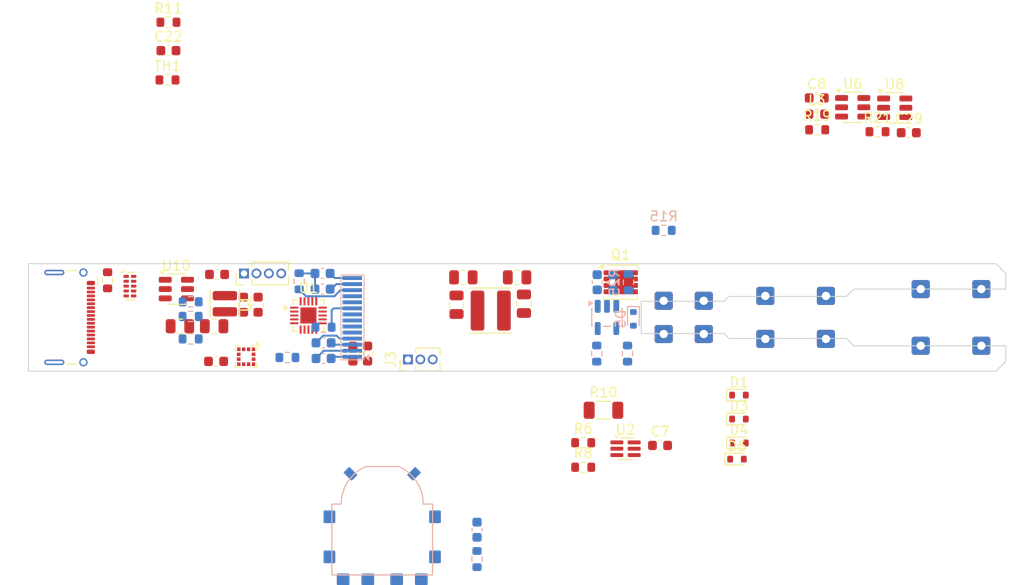
<source format=kicad_pcb>
(kicad_pcb
	(version 20241229)
	(generator "pcbnew")
	(generator_version "9.0")
	(general
		(thickness 1.6)
		(legacy_teardrops no)
	)
	(paper "A4")
	(layers
		(0 "F.Cu" signal)
		(4 "In1.Cu" signal)
		(6 "In2.Cu" signal)
		(2 "B.Cu" signal)
		(9 "F.Adhes" user "F.Adhesive")
		(11 "B.Adhes" user "B.Adhesive")
		(13 "F.Paste" user)
		(15 "B.Paste" user)
		(5 "F.SilkS" user "F.Silkscreen")
		(7 "B.SilkS" user "B.Silkscreen")
		(1 "F.Mask" user)
		(3 "B.Mask" user)
		(17 "Dwgs.User" user "User.Drawings")
		(19 "Cmts.User" user "User.Comments")
		(21 "Eco1.User" user "User.Eco1")
		(23 "Eco2.User" user "User.Eco2")
		(25 "Edge.Cuts" user)
		(27 "Margin" user)
		(31 "F.CrtYd" user "F.Courtyard")
		(29 "B.CrtYd" user "B.Courtyard")
		(35 "F.Fab" user)
		(33 "B.Fab" user)
		(39 "User.1" user)
		(41 "User.2" user)
		(43 "User.3" user)
		(45 "User.4" user)
	)
	(setup
		(stackup
			(layer "F.SilkS"
				(type "Top Silk Screen")
				(color "Black")
			)
			(layer "F.Paste"
				(type "Top Solder Paste")
			)
			(layer "F.Mask"
				(type "Top Solder Mask")
				(color "White")
				(thickness 0.01)
			)
			(layer "F.Cu"
				(type "copper")
				(thickness 0.035)
			)
			(layer "dielectric 1"
				(type "prepreg")
				(thickness 0.1)
				(material "FR4")
				(epsilon_r 4.5)
				(loss_tangent 0.02)
			)
			(layer "In1.Cu"
				(type "copper")
				(thickness 0.035)
			)
			(layer "dielectric 2"
				(type "core")
				(thickness 1.24)
				(material "FR4")
				(epsilon_r 4.5)
				(loss_tangent 0.02)
			)
			(layer "In2.Cu"
				(type "copper")
				(thickness 0.035)
			)
			(layer "dielectric 3"
				(type "prepreg")
				(thickness 0.1)
				(material "FR4")
				(epsilon_r 4.5)
				(loss_tangent 0.02)
			)
			(layer "B.Cu"
				(type "copper")
				(thickness 0.035)
			)
			(layer "B.Mask"
				(type "Bottom Solder Mask")
				(thickness 0.01)
			)
			(layer "B.Paste"
				(type "Bottom Solder Paste")
			)
			(layer "B.SilkS"
				(type "Bottom Silk Screen")
			)
			(copper_finish "None")
			(dielectric_constraints no)
		)
		(pad_to_mask_clearance 0)
		(allow_soldermask_bridges_in_footprints no)
		(tenting front back)
		(grid_origin 100.5 158.2)
		(pcbplotparams
			(layerselection 0x00000000_00000000_55555555_5755f5ff)
			(plot_on_all_layers_selection 0x00000000_00000000_00000000_00000000)
			(disableapertmacros no)
			(usegerberextensions no)
			(usegerberattributes yes)
			(usegerberadvancedattributes yes)
			(creategerberjobfile yes)
			(dashed_line_dash_ratio 12.000000)
			(dashed_line_gap_ratio 3.000000)
			(svgprecision 4)
			(plotframeref no)
			(mode 1)
			(useauxorigin no)
			(hpglpennumber 1)
			(hpglpenspeed 20)
			(hpglpendiameter 15.000000)
			(pdf_front_fp_property_popups yes)
			(pdf_back_fp_property_popups yes)
			(pdf_metadata yes)
			(pdf_single_document no)
			(dxfpolygonmode yes)
			(dxfimperialunits yes)
			(dxfusepcbnewfont yes)
			(psnegative no)
			(psa4output no)
			(plot_black_and_white yes)
			(sketchpadsonfab no)
			(plotpadnumbers no)
			(hidednponfab no)
			(sketchdnponfab yes)
			(crossoutdnponfab yes)
			(subtractmaskfromsilk no)
			(outputformat 1)
			(mirror no)
			(drillshape 1)
			(scaleselection 1)
			(outputdirectory "")
		)
	)
	(net 0 "")
	(net 1 "+3.3V")
	(net 2 "GND")
	(net 3 "VBUS")
	(net 4 "Net-(U10-SW)")
	(net 5 "Net-(U10-BST)")
	(net 6 "/BTN")
	(net 7 "/ENC_B")
	(net 8 "Net-(D3-K)")
	(net 9 "/TC_FB")
	(net 10 "/BOOTSEL")
	(net 11 "Net-(C27-Pad2)")
	(net 12 "/SCL")
	(net 13 "/DISP_NRST")
	(net 14 "/SDA")
	(net 15 "/ENC_A")
	(net 16 "/BLUE")
	(net 17 "Net-(U2-IN-)")
	(net 18 "/D-")
	(net 19 "Net-(D1-A)")
	(net 20 "/HEATER_ON")
	(net 21 "Net-(D5-K)")
	(net 22 "/CC2")
	(net 23 "/CC1")
	(net 24 "/LED_RING")
	(net 25 "/VBUS_FB")
	(net 26 "/CURR_FB")
	(net 27 "unconnected-(U1-PB12-Pad15)")
	(net 28 "unconnected-(U2-REF-Pad1)")
	(net 29 "Net-(J4-Pin_13)")
	(net 30 "Net-(J4-Pin_2)")
	(net 31 "Net-(J4-Pin_1)")
	(net 32 "Net-(J4-Pin_4)")
	(net 33 "Net-(J4-Pin_3)")
	(net 34 "Net-(J4-Pin_14)")
	(net 35 "Net-(U7--)")
	(net 36 "Net-(J1-SHIELD)")
	(net 37 "unconnected-(J4-Pin_6-Pad6)")
	(net 38 "Net-(J4-Pin_12)")
	(net 39 "/RED")
	(net 40 "unconnected-(U5-~{CS}-Pad10)")
	(net 41 "/JDP")
	(net 42 "/JDN")
	(net 43 "unconnected-(U3-NC-Pad6)")
	(net 44 "unconnected-(U3-NC-Pad10)")
	(net 45 "unconnected-(U3-NC-Pad7)")
	(net 46 "unconnected-(U3-NC-Pad9)")
	(net 47 "Net-(J4-Pin_9)")
	(net 48 "unconnected-(U1-PA4-Pad6)")
	(net 49 "/VDRIVE")
	(net 50 "/NTC")
	(net 51 "Net-(D6-K)")
	(net 52 "unconnected-(U5-INT1-Pad5)")
	(net 53 "unconnected-(U5-INT2-Pad6)")
	(net 54 "unconnected-(U11-Pad0)")
	(net 55 "Net-(Q1-D)")
	(net 56 "Net-(Q1-G)")
	(net 57 "unconnected-(U11-Pad0)_1")
	(net 58 "unconnected-(U11-Pad0)_2")
	(net 59 "unconnected-(U11-Pad0)_3")
	(net 60 "unconnected-(U11-Pad0)_4")
	(net 61 "unconnected-(U11-Pad0)_5")
	(net 62 "/VDRIVE_ON")
	(net 63 "Net-(U6-FB)")
	(net 64 "unconnected-(U6-NC-Pad6)")
	(net 65 "unconnected-(U1-PA3-Pad5)")
	(footprint "Capacitor_SMD:C_0603_1608Metric" (layer "F.Cu") (at 165.125 165.8))
	(footprint "Connector_Wire:SolderWire-0.25sqmm_1x01_D0.65mm_OD1.7mm" (layer "F.Cu") (at 182.1 150.5 90))
	(footprint "Capacitor_SMD:C_0603_1608Metric" (layer "F.Cu") (at 122.5 151.4 -90))
	(footprint "Inductor_SMD:L_0603_1608Metric" (layer "F.Cu") (at 181.1625 131.9))
	(footprint "Package_SON:USON-10_2.5x1.0mm_P0.5mm" (layer "F.Cu") (at 110.885 149.5))
	(footprint "Capacitor_SMD:C_0603_1608Metric" (layer "F.Cu") (at 181.1625 130.24))
	(footprint "Connector_Wire:SolderWire-0.25sqmm_1x01_D0.65mm_OD1.7mm" (layer "F.Cu") (at 169.6 154.4 90))
	(footprint "Package_SON:VSON-8_3.3x3.3mm_P0.65mm_NexFET" (layer "F.Cu") (at 161.1 149.1))
	(footprint "Capacitor_SMD:C_0805_2012Metric" (layer "F.Cu") (at 151.2 151.3 90))
	(footprint "Connector_Wire:SolderWire-0.25sqmm_1x01_D0.65mm_OD1.7mm" (layer "F.Cu") (at 198 155.6 90))
	(footprint "Capacitor_SMD:C_0603_1608Metric" (layer "F.Cu") (at 135.2 156.4 -90))
	(footprint "Inductor_SMD:L_Changjiang_FTC252012S" (layer "F.Cu") (at 120.6 151.3 -90))
	(footprint "Connector_Wire:SolderWire-0.25sqmm_1x01_D0.65mm_OD1.7mm" (layer "F.Cu") (at 165.5 151 90))
	(footprint "Resistor_SMD:R_0603_1608Metric" (layer "F.Cu") (at 181.2 133.5))
	(footprint "Capacitor_SMD:C_0805_2012Metric" (layer "F.Cu") (at 150.5 148.6))
	(footprint "Connector_Wire:SolderWire-0.25sqmm_1x01_D0.65mm_OD1.7mm" (layer "F.Cu") (at 191.8 155.6 90))
	(footprint "Capacitor_SMD:C_0603_1608Metric" (layer "F.Cu") (at 190.575 133.8))
	(footprint "Inductor_SMD:L_Changjiang_FTC404030S" (layer "F.Cu") (at 147.8 152))
	(footprint "Connector_Wire:SolderWire-0.25sqmm_1x01_D0.65mm_OD1.7mm" (layer "F.Cu") (at 182.1 154.9 90))
	(footprint "Connector_USB:USB_C_Receptacle_G-Switch_GT-USB-7025" (layer "F.Cu") (at 103.439427 152.7 -90))
	(footprint "Diode_SMD:D_SOD-523" (layer "F.Cu") (at 173 167.2))
	(footprint "Connector_Wire:SolderWire-0.25sqmm_1x01_D0.65mm_OD1.7mm" (layer "F.Cu") (at 175.9 150.5 90))
	(footprint "Connector_Wire:SolderWire-0.25sqmm_1x01_D0.65mm_OD1.7mm" (layer "F.Cu") (at 175.9 154.9 90))
	(footprint "Resistor_SMD:R_0603_1608Metric" (layer "F.Cu") (at 157.2625 165.52))
	(footprint "Capacitor_SMD:C_0603_1608Metric" (layer "F.Cu") (at 133.7 156.4 -90))
	(footprint "Capacitor_SMD:C_0805_2012Metric" (layer "F.Cu") (at 145 148.6 180))
	(footprint "Package_TO_SOT_SMD:SOT-23-6" (layer "F.Cu") (at 189.1375 131.25))
	(footprint "Connector_PinHeader_1.27mm:PinHeader_1x03_P1.27mm_Vertical" (layer "F.Cu") (at 139.33 157 90))
	(footprint "Capacitor_SMD:C_0805_2012Metric" (layer "F.Cu") (at 144.3 151.4 90))
	(footprint "Capacitor_SMD:C_0805_2012Metric" (layer "F.Cu") (at 119.5 153.6 180))
	(footprint "Diode_SMD:D_SOD-523" (layer "F.Cu") (at 173.2 160.65))
	(footprint "Package_DFN_QFN:QFN-20-1EP_3x3mm_P0.4mm_EP1.65x1.65mm" (layer "F.Cu") (at 129.15 152.5))
	(footprint "Package_LGA:LGA-12_2x2mm_P0.5mm" (layer "F.Cu") (at 122.7775 156.7225 -90))
	(footprint "Connector_Wire:SolderWire-0.25sqmm_1x01_D0.65mm_OD1.7mm" (layer "F.Cu") (at 198 149.8 90))
	(footprint "Connector_PinHeader_1.27mm:PinHeader_1x04_P1.27mm_Vertical" (layer "F.Cu") (at 122.56 148.2 90))
	(footprint "Connector_Wire:SolderWire-0.25sqmm_1x01_D0.65mm_OD1.7mm" (layer "F.Cu") (at 165.5 154.4 90))
	(footprint "Capacitor_SMD:C_0603_1608Metric" (layer "F.Cu") (at 119.7 157.2 180))
	(footprint "Resistor_SMD:R_0603_1608Metric" (layer "F.Cu") (at 157.2625 168.03))
	(footprint "Resistor_SMD:R_0603_1608Metric" (layer "F.Cu") (at 114.825 122.5))
	(footprint "Capacitor_SMD:C_0603_1608Metric" (layer "F.Cu") (at 124 151.4 -90))
	(footprint "Connector_Wire:SolderWire-0.25sqmm_1x01_D0.65mm_OD1.7mm" (layer "F.Cu") (at 169.6 151 90))
	(footprint "Capacitor_SMD:C_0603_1608Metric" (layer "F.Cu") (at 119.8 148.3 180))
	(footprint "Diode_SMD:D_SOD-523" (layer "F.Cu") (at 173.2 163.1))
	(footprint "Package_TO_SOT_SMD:SOT-23-6" (layer "F.Cu") (at 184.8375 131.2))
	(footprint "Connector_Wire:SolderWire-0.25sqmm_1x01_D0.65mm_OD1.7mm" (layer "F.Cu") (at 191.8 149.8 90))
	(footprint "Resistor_SMD:R_0603_1608Metric" (layer "F.Cu") (at 108.6 148.9 -90))
	(footprint "Capacitor_SMD:C_0603_1608Metric" (layer "F.Cu") (at 114.825 125.4))
	(footprint "Package_TO_SOT_SMD:TSOT-23-6"
		(layer "F.Cu")
		(uuid "d57ea46f-2b77-4dd0-985f-53f963aaf5bf")
		(at 115.6375 149.8)
		(descr "TSOT, 6 Pin (https://www.jedec.org/sites/default/files/docs/MO-193D.pdf variant AA), generated with kicad-footprint-generator ipc_gullwing_generator.py")
		(tags "TSOT TO_SOT_SMD")
		(property "Reference" "U10"
			(at 0 -2.4 0)
			(layer "F.SilkS")
			(uuid "9fd8ff9c-a633-4eeb-91e4-546522826401")
			(effects
				(font
					(size 1 1)
					(thickness 0.15)
				)
			)
		)
		(property "Value" "AP63203WU"
			(at 0 2.4 0)
			(layer "F.Fab")
			(uuid "bfbcce8e-2019-4561-96cb-de848fdcd3d1")
			(effects
				(font
					(size 1 1)
					(thickness 0.15)
				)
			)
		)
		(property "Datasheet" "https://www.diodes.com/assets/Datasheets/AP63200-AP63201-AP63203-AP63205.pdf"
			(at 0 0 0)
			(layer "F.Fab")
			(hide yes)
			(uuid "8213fbdf-eaa9-4000-b379-0dfeac15be6e")
			(effects
				(font
					(size 1.27 1.27)
					(thickness 0.15)
				)
			)
		)
		(property "Description" "2A, 1.1MHz Buck DC/DC Converter, fixed 3.3V output voltage, TSOT-23-6"
			(at 0 0 0)
			(layer "F.Fab")
			(hide yes)
			(uuid "7b56814c-83fa-476a-a678-1e63e87ac29c")
			(effects
				(font
					(size 1.27 1.27)
					(thickness 0.15)
				)
			)
		)
		(property ki_fp_filters "TSOT?23*")
		(path "/7008a1f7-716a-4e7b-aaf9-54124d9cd3fc")
		(sheetname "/")
		(sheetfile "usbc_soldering_iron.kicad_sch")
		(attr smd)
		(fp_line
			(start -0.91 -1.56)
			(end 0.91 -1.56)
			(stroke
				(width 0.12)
				(type solid)
			)
			(layer "F.SilkS")
			(uuid "f994a2e2-c3a1-4314-a337-969874ac734a")
		)
		(fp_line
			(start -0.91 -1.51)
			(end -0.91 -1.56)
			(stroke
				(width 0.12)
				(type solid)
			)
			(layer "F.SilkS")
			(uuid "e5fe2b4c-772b-46cf-ad7e-eb6df2f060ef")
		)
		(fp_line
			(start -0.91 1.56)
			(end -0.91 1.51)
			(stroke
				(width 0.12)
				(type solid)
			)
			(layer "F.SilkS")
			(uuid "d2604769-a30e-4e66-853c-afd45b9dfe79")
		)
		(fp_line
			(start 0.91 -1.56)
			(end 0.91 -1.51)
			(stroke
				(width 0.12)
				(type solid)
			)
			(layer "F.SilkS")
			(uuid "2c1e1dc4-76b9-4044-bc6f-329931b5069b")
		)
		(fp_line
			(start 0.91 1.51)
			(end 0.91 1.56)
			(stroke
				(width 0.12)
				(type solid)
			)
			(layer "F.SilkS")
			(uuid "e6097649-d8c6-49b0-89af-c547bc957804")
		)
		(fp_line
			(start 0.91 1.56)
			(end -0.91 1.56)
			(stroke
				(width 0.12)
				(type solid)
			)
			(layer "F.SilkS")
			(uuid "72799639-f715-4d7c-b5a5-9e885f57a9a1")
		)
		(fp_poly
			(pts
				(xy -1.45 -1.51) (xy -1.69 -1.84) (xy -1.21 -1.84)
			)
			(stroke
				(width 0.12)
				(type solid)
			)
			(fill yes)
			(layer "F.SilkS")
			(uuid "20d42083-ce27-40ba-8d11-6b95e6cd310c")
		)
		(fp_line
			(start -2.05 -1.5)
			(end -1.05 -1.5)
			(stroke
				(width 0.05)
				(type solid)
			)
			(layer "F.CrtYd")
			(uuid "e28f7b1e-4c7c-43e0-b3bf-54a55072f597")
		)
		(fp_line
			(start -2.05 1.5)
			(end -2.05 -1.5)
			(stroke
				(width 0.05)
				(type solid)
			)
			(layer "F.CrtYd")
			(uuid "71abae60-61a1-4ef3-8fea-58c1e165cf82")
		)
		(fp_line
			(start -1.05 -1.7)
			(end 1.05 -1.7)
			(stroke
				(width 0.05)
				(type solid)
			)
			(layer "F.CrtYd")
			(uuid "ee8aae64-00d1-4889-b211-7e3586fc23c2")
		)
		(fp_line
			(start -1.05 -1.5)
			(end -1.05 -1.7)
			(stroke
				(width 0.05)
				(type solid)
			)
			(layer "F.CrtYd")
			(uuid "2caddc77-dbce-4cce-8475-16cab2f41e96")
		)
		(fp_line
			(start -1.05 1.5)
			(end -2.05 1.5)
			(stroke
				(width 0.05)
				(type solid)
			)
			(layer "F.CrtYd")
			(uuid "0e22fdcd-cd0f-4d36-acc2-84c7e0de0581")
		)
		(fp_line
			(start -1.05 1.7)
			(end -1.05 1.5)
			(stroke
				(width 0.05)
				(type solid)
			)
			(layer "F.CrtYd")
			(uuid "776f4e24-9ca7-453f-9cd7-7e9401891373")
		)
		(fp_line
			(start 1.05 -1.7)
			(end 1.05 -1.5)
			(stroke
				(width 0.05)
				(type solid)
			)
			(layer "F.CrtYd")
			(uuid "d18ca022-548d-4c48-93a8-23c93362123a")
		)
		(fp_line
			(start 1.05 -1.5)
			(end 2.05 -1.5)
			(stroke
				(width 0.05)
				(type solid)
			)
			(layer "F.CrtYd")
			(uuid "ede03829-8021-49e6-a614-e51d09e3dda7")
		)
		(fp_line
			(start 1.05 1.5)
			(end 1.05 1.7)
			(stroke
				(width 0.05)
				(type solid)
			)
			(layer "F.CrtYd")
			(uuid "8e8dc512-59ed-42c8-818f-d1eedda11bfd")
		)
		(fp_line
			(start 1.05 1.7)
			(end -1.05 1.7)
			(stroke
				(width 0.05)
				(type solid)
			)
			(layer "F.CrtYd")
			(uuid "8c049956-3a7a-4cf5-98d9-e715d909d26d")
		)
		(fp_line
			(start 2.05 -1.5)
			(end 2.05 1.5)
			(stroke
				(width 0.05)
				(type solid)
			)
			(layer "F.CrtYd"
... [139786 chars truncated]
</source>
